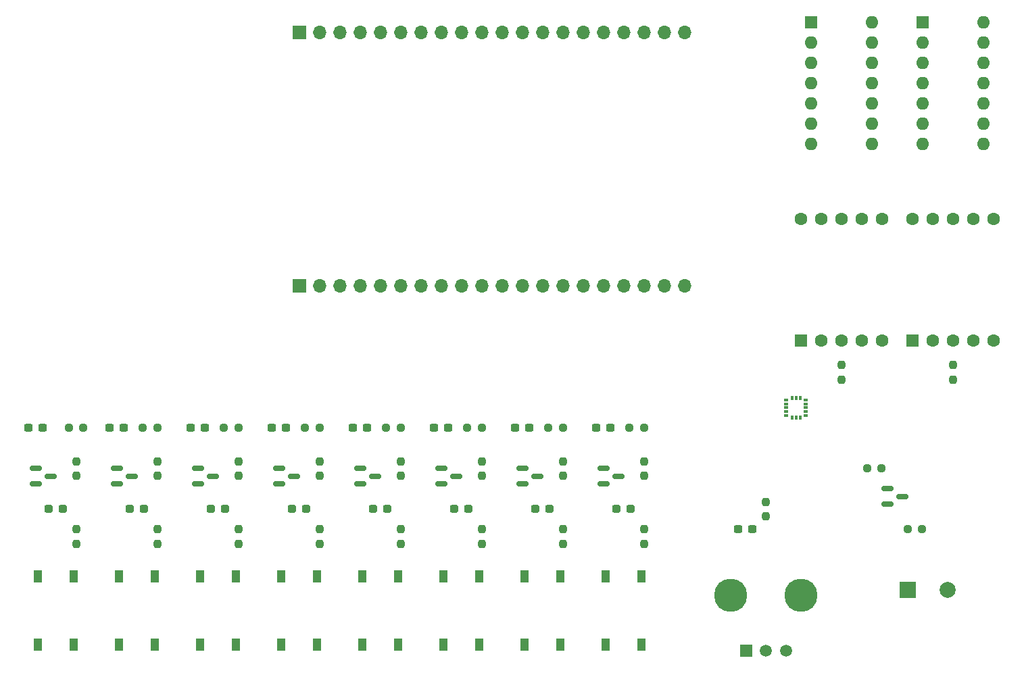
<source format=gbr>
%TF.GenerationSoftware,KiCad,Pcbnew,7.0.9*%
%TF.CreationDate,2023-12-22T14:38:42+09:00*%
%TF.ProjectId,Dev_IO_Board,4465765f-494f-45f4-926f-6172642e6b69,rev?*%
%TF.SameCoordinates,Original*%
%TF.FileFunction,Soldermask,Top*%
%TF.FilePolarity,Negative*%
%FSLAX46Y46*%
G04 Gerber Fmt 4.6, Leading zero omitted, Abs format (unit mm)*
G04 Created by KiCad (PCBNEW 7.0.9) date 2023-12-22 14:38:42*
%MOMM*%
%LPD*%
G01*
G04 APERTURE LIST*
G04 Aperture macros list*
%AMRoundRect*
0 Rectangle with rounded corners*
0 $1 Rounding radius*
0 $2 $3 $4 $5 $6 $7 $8 $9 X,Y pos of 4 corners*
0 Add a 4 corners polygon primitive as box body*
4,1,4,$2,$3,$4,$5,$6,$7,$8,$9,$2,$3,0*
0 Add four circle primitives for the rounded corners*
1,1,$1+$1,$2,$3*
1,1,$1+$1,$4,$5*
1,1,$1+$1,$6,$7*
1,1,$1+$1,$8,$9*
0 Add four rect primitives between the rounded corners*
20,1,$1+$1,$2,$3,$4,$5,0*
20,1,$1+$1,$4,$5,$6,$7,0*
20,1,$1+$1,$6,$7,$8,$9,0*
20,1,$1+$1,$8,$9,$2,$3,0*%
G04 Aperture macros list end*
%ADD10R,1.500000X1.500000*%
%ADD11C,1.500000*%
%ADD12C,4.155000*%
%ADD13R,1.000000X1.500000*%
%ADD14R,1.600000X1.600000*%
%ADD15C,1.600000*%
%ADD16O,1.600000X1.600000*%
%ADD17RoundRect,0.237500X-0.237500X0.250000X-0.237500X-0.250000X0.237500X-0.250000X0.237500X0.250000X0*%
%ADD18R,0.550000X0.350000*%
%ADD19R,0.350000X0.550000*%
%ADD20RoundRect,0.237500X-0.250000X-0.237500X0.250000X-0.237500X0.250000X0.237500X-0.250000X0.237500X0*%
%ADD21RoundRect,0.237500X0.250000X0.237500X-0.250000X0.237500X-0.250000X-0.237500X0.250000X-0.237500X0*%
%ADD22RoundRect,0.150000X-0.587500X-0.150000X0.587500X-0.150000X0.587500X0.150000X-0.587500X0.150000X0*%
%ADD23R,1.700000X1.700000*%
%ADD24O,1.700000X1.700000*%
%ADD25RoundRect,0.237500X-0.287500X-0.237500X0.287500X-0.237500X0.287500X0.237500X-0.287500X0.237500X0*%
%ADD26RoundRect,0.237500X0.300000X0.237500X-0.300000X0.237500X-0.300000X-0.237500X0.300000X-0.237500X0*%
%ADD27R,2.000000X2.000000*%
%ADD28C,2.000000*%
G04 APERTURE END LIST*
D10*
%TO.C,VR1*%
X160100000Y-152400000D03*
D11*
X162600000Y-152400000D03*
X165100000Y-152400000D03*
D12*
X158200000Y-145400000D03*
X167000000Y-145400000D03*
%TD*%
D13*
%TO.C,S8*%
X147030000Y-143070000D03*
X147030000Y-151570000D03*
X142530000Y-143070000D03*
X142530000Y-151570000D03*
%TD*%
%TO.C,S7*%
X136870000Y-143070000D03*
X136870000Y-151570000D03*
X132370000Y-143070000D03*
X132370000Y-151570000D03*
%TD*%
%TO.C,S6*%
X126710000Y-143070000D03*
X126710000Y-151570000D03*
X122210000Y-143070000D03*
X122210000Y-151570000D03*
%TD*%
%TO.C,S5*%
X116550000Y-143070000D03*
X116550000Y-151570000D03*
X112050000Y-143070000D03*
X112050000Y-151570000D03*
%TD*%
%TO.C,S4*%
X106390000Y-143070000D03*
X106390000Y-151570000D03*
X101890000Y-143070000D03*
X101890000Y-151570000D03*
%TD*%
%TO.C,S3*%
X96230000Y-143070000D03*
X96230000Y-151570000D03*
X91730000Y-143070000D03*
X91730000Y-151570000D03*
%TD*%
%TO.C,S2*%
X86070000Y-143070000D03*
X86070000Y-151570000D03*
X81570000Y-143070000D03*
X81570000Y-151570000D03*
%TD*%
%TO.C,S1*%
X75910000Y-143070000D03*
X75910000Y-151570000D03*
X71410000Y-143070000D03*
X71410000Y-151570000D03*
%TD*%
D14*
%TO.C,U5*%
X180975000Y-113542500D03*
D15*
X183515000Y-113542500D03*
X186055000Y-113542500D03*
X188595000Y-113542500D03*
X191135000Y-113542500D03*
X191135000Y-98302500D03*
X188595000Y-98302500D03*
X186055000Y-98302500D03*
X183515000Y-98302500D03*
X180975000Y-98302500D03*
%TD*%
D14*
%TO.C,U4*%
X167005000Y-113542500D03*
D15*
X169545000Y-113542500D03*
X172085000Y-113542500D03*
X174625000Y-113542500D03*
X177165000Y-113542500D03*
X177165000Y-98302500D03*
X174625000Y-98302500D03*
X172085000Y-98302500D03*
X169545000Y-98302500D03*
X167005000Y-98302500D03*
%TD*%
D14*
%TO.C,U3*%
X182255000Y-73655000D03*
D16*
X182255000Y-76195000D03*
X182255000Y-78735000D03*
X182255000Y-81275000D03*
X182255000Y-83815000D03*
X182255000Y-86355000D03*
X182255000Y-88895000D03*
X189875000Y-88895000D03*
X189875000Y-86355000D03*
X189875000Y-83815000D03*
X189875000Y-81275000D03*
X189875000Y-78735000D03*
X189875000Y-76195000D03*
X189875000Y-73655000D03*
%TD*%
D14*
%TO.C,U2*%
X168275000Y-73655000D03*
D16*
X168275000Y-76195000D03*
X168275000Y-78735000D03*
X168275000Y-81275000D03*
X168275000Y-83815000D03*
X168275000Y-86355000D03*
X168275000Y-88895000D03*
X175895000Y-88895000D03*
X175895000Y-86355000D03*
X175895000Y-83815000D03*
X175895000Y-81275000D03*
X175895000Y-78735000D03*
X175895000Y-76195000D03*
X175895000Y-73655000D03*
%TD*%
D17*
%TO.C,R29*%
X186055000Y-116562500D03*
X186055000Y-118387500D03*
%TD*%
%TO.C,R28*%
X172085000Y-116562500D03*
X172085000Y-118387500D03*
%TD*%
D18*
%TO.C,U1*%
X165145000Y-121920000D03*
X165145000Y-121420000D03*
X165145000Y-120920000D03*
X165145000Y-122420000D03*
X165145000Y-122920000D03*
D19*
X166370000Y-120695000D03*
X165870000Y-120695000D03*
X166870000Y-120695000D03*
D18*
X167595000Y-121920000D03*
X167595000Y-122420000D03*
X167595000Y-122920000D03*
X167595000Y-121420000D03*
X167595000Y-120920000D03*
D19*
X165870000Y-123145000D03*
X166370000Y-123145000D03*
X166870000Y-123145000D03*
%TD*%
D20*
%TO.C,R27*%
X175260000Y-129540000D03*
X177085000Y-129540000D03*
%TD*%
%TO.C,R26*%
X180340000Y-137160000D03*
X182165000Y-137160000D03*
%TD*%
D17*
%TO.C,R25*%
X147320000Y-137160000D03*
X147320000Y-138985000D03*
%TD*%
%TO.C,R24*%
X137160000Y-137160000D03*
X137160000Y-138985000D03*
%TD*%
%TO.C,R23*%
X127000000Y-137160000D03*
X127000000Y-138985000D03*
%TD*%
%TO.C,R22*%
X116840000Y-137160000D03*
X116840000Y-138985000D03*
%TD*%
%TO.C,R21*%
X106680000Y-137160000D03*
X106680000Y-138985000D03*
%TD*%
%TO.C,R20*%
X96520000Y-137160000D03*
X96520000Y-138985000D03*
%TD*%
%TO.C,R19*%
X86360000Y-137160000D03*
X86360000Y-138985000D03*
%TD*%
%TO.C,R18*%
X76200000Y-137160000D03*
X76200000Y-138985000D03*
%TD*%
%TO.C,R17*%
X162560000Y-133707500D03*
X162560000Y-135532500D03*
%TD*%
D21*
%TO.C,R16*%
X147320000Y-124460000D03*
X145495000Y-124460000D03*
%TD*%
%TO.C,R15*%
X137160000Y-124460000D03*
X135335000Y-124460000D03*
%TD*%
%TO.C,R14*%
X127000000Y-124460000D03*
X125175000Y-124460000D03*
%TD*%
%TO.C,R13*%
X116840000Y-124460000D03*
X115015000Y-124460000D03*
%TD*%
%TO.C,R12*%
X106680000Y-124460000D03*
X104855000Y-124460000D03*
%TD*%
%TO.C,R11*%
X96520000Y-124460000D03*
X94695000Y-124460000D03*
%TD*%
%TO.C,R10*%
X86360000Y-124460000D03*
X84535000Y-124460000D03*
%TD*%
%TO.C,R9*%
X77112500Y-124460000D03*
X75287500Y-124460000D03*
%TD*%
D17*
%TO.C,R8*%
X147320000Y-128627500D03*
X147320000Y-130452500D03*
%TD*%
%TO.C,R7*%
X137160000Y-128627500D03*
X137160000Y-130452500D03*
%TD*%
%TO.C,R6*%
X127000000Y-128627500D03*
X127000000Y-130452500D03*
%TD*%
%TO.C,R5*%
X116840000Y-128627500D03*
X116840000Y-130452500D03*
%TD*%
%TO.C,R4*%
X106680000Y-128627500D03*
X106680000Y-130452500D03*
%TD*%
%TO.C,R3*%
X96520000Y-128627500D03*
X96520000Y-130452500D03*
%TD*%
%TO.C,R2*%
X86360000Y-128627500D03*
X86360000Y-130452500D03*
%TD*%
%TO.C,R1*%
X76200000Y-128627500D03*
X76200000Y-130452500D03*
%TD*%
D22*
%TO.C,Q9*%
X177800000Y-132080000D03*
X177800000Y-133980000D03*
X179675000Y-133030000D03*
%TD*%
%TO.C,Q8*%
X142240000Y-129540000D03*
X142240000Y-131440000D03*
X144115000Y-130490000D03*
%TD*%
%TO.C,Q7*%
X132080000Y-129540000D03*
X132080000Y-131440000D03*
X133955000Y-130490000D03*
%TD*%
%TO.C,Q6*%
X121920000Y-129540000D03*
X121920000Y-131440000D03*
X123795000Y-130490000D03*
%TD*%
%TO.C,Q5*%
X111760000Y-129540000D03*
X111760000Y-131440000D03*
X113635000Y-130490000D03*
%TD*%
%TO.C,Q4*%
X101600000Y-129540000D03*
X101600000Y-131440000D03*
X103475000Y-130490000D03*
%TD*%
%TO.C,Q3*%
X91440000Y-129540000D03*
X91440000Y-131440000D03*
X93315000Y-130490000D03*
%TD*%
%TO.C,Q2*%
X81280000Y-129540000D03*
X81280000Y-131440000D03*
X83155000Y-130490000D03*
%TD*%
%TO.C,Q1*%
X71120000Y-129540000D03*
X71120000Y-131440000D03*
X72995000Y-130490000D03*
%TD*%
D23*
%TO.C,J2*%
X104140000Y-106680000D03*
D24*
X106680000Y-106680000D03*
X109220000Y-106680000D03*
X111760000Y-106680000D03*
X114300000Y-106680000D03*
X116840000Y-106680000D03*
X119380000Y-106680000D03*
X121920000Y-106680000D03*
X124460000Y-106680000D03*
X127000000Y-106680000D03*
X129540000Y-106680000D03*
X132080000Y-106680000D03*
X134620000Y-106680000D03*
X137160000Y-106680000D03*
X139700000Y-106680000D03*
X142240000Y-106680000D03*
X144780000Y-106680000D03*
X147320000Y-106680000D03*
X149860000Y-106680000D03*
X152400000Y-106680000D03*
%TD*%
D23*
%TO.C,J1*%
X104140000Y-74930000D03*
D24*
X106680000Y-74930000D03*
X109220000Y-74930000D03*
X111760000Y-74930000D03*
X114300000Y-74930000D03*
X116840000Y-74930000D03*
X119380000Y-74930000D03*
X121920000Y-74930000D03*
X124460000Y-74930000D03*
X127000000Y-74930000D03*
X129540000Y-74930000D03*
X132080000Y-74930000D03*
X134620000Y-74930000D03*
X137160000Y-74930000D03*
X139700000Y-74930000D03*
X142240000Y-74930000D03*
X144780000Y-74930000D03*
X147320000Y-74930000D03*
X149860000Y-74930000D03*
X152400000Y-74930000D03*
%TD*%
D25*
%TO.C,D9*%
X143905000Y-134620000D03*
X145655000Y-134620000D03*
%TD*%
%TO.C,D8*%
X133745000Y-134620000D03*
X135495000Y-134620000D03*
%TD*%
%TO.C,D7*%
X123585000Y-134620000D03*
X125335000Y-134620000D03*
%TD*%
%TO.C,D6*%
X113425000Y-134620000D03*
X115175000Y-134620000D03*
%TD*%
%TO.C,D5*%
X103265000Y-134620000D03*
X105015000Y-134620000D03*
%TD*%
%TO.C,D4*%
X93105000Y-134620000D03*
X94855000Y-134620000D03*
%TD*%
%TO.C,D3*%
X82945000Y-134620000D03*
X84695000Y-134620000D03*
%TD*%
%TO.C,D1*%
X74535000Y-134620000D03*
X72785000Y-134620000D03*
%TD*%
D26*
%TO.C,C9*%
X159157500Y-137160000D03*
X160882500Y-137160000D03*
%TD*%
%TO.C,C8*%
X143102500Y-124460000D03*
X141377500Y-124460000D03*
%TD*%
%TO.C,C7*%
X132942500Y-124460000D03*
X131217500Y-124460000D03*
%TD*%
%TO.C,C6*%
X122782500Y-124460000D03*
X121057500Y-124460000D03*
%TD*%
%TO.C,C5*%
X112622500Y-124460000D03*
X110897500Y-124460000D03*
%TD*%
%TO.C,C4*%
X102462500Y-124460000D03*
X100737500Y-124460000D03*
%TD*%
%TO.C,C3*%
X92302500Y-124460000D03*
X90577500Y-124460000D03*
%TD*%
%TO.C,C2*%
X82142500Y-124460000D03*
X80417500Y-124460000D03*
%TD*%
%TO.C,C1*%
X71982500Y-124460000D03*
X70257500Y-124460000D03*
%TD*%
D27*
%TO.C,BZ1*%
X180340000Y-144780000D03*
D28*
X185340000Y-144780000D03*
%TD*%
M02*

</source>
